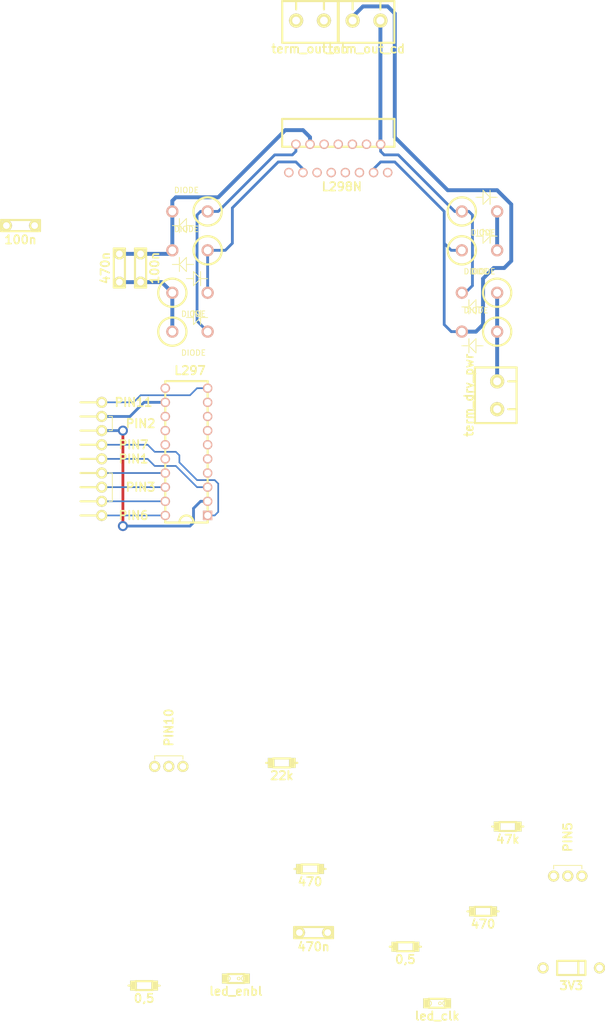
<source format=kicad_pcb>
(kicad_pcb (version 3) (host pcbnew "(2013-jul-07)-stable")

  (general
    (links 70)
    (no_connects 41)
    (area 157.345379 91.305379 272.8214 280.479501)
    (thickness 1.6)
    (drawings 0)
    (tracks 109)
    (zones 0)
    (modules 34)
    (nets 29)
  )

  (page A3)
  (layers
    (15 F.Cu signal)
    (0 B.Cu signal)
    (20 B.SilkS user)
    (21 F.SilkS user)
    (28 Edge.Cuts user)
  )

  (setup
    (last_trace_width 0.3)
    (user_trace_width 0.5)
    (user_trace_width 0.7)
    (user_trace_width 1)
    (trace_clearance 0.254)
    (zone_clearance 0.508)
    (zone_45_only no)
    (trace_min 0.3)
    (segment_width 0.2)
    (edge_width 0.15)
    (via_size 1.8)
    (via_drill 1.1)
    (via_min_size 1.8)
    (via_min_drill 1.1)
    (uvia_size 0.508)
    (uvia_drill 0.127)
    (uvias_allowed no)
    (uvia_min_size 0.508)
    (uvia_min_drill 0.127)
    (pcb_text_width 0.3)
    (pcb_text_size 1.5 1.5)
    (mod_edge_width 0.15)
    (mod_text_size 1.5 1.5)
    (mod_text_width 0.15)
    (pad_size 1.524 1.524)
    (pad_drill 0.762)
    (pad_to_mask_clearance 0.2)
    (aux_axis_origin 0 0)
    (visible_elements 7FFFFFFF)
    (pcbplotparams
      (layerselection 3178497)
      (usegerberextensions true)
      (excludeedgelayer true)
      (linewidth 0.100000)
      (plotframeref false)
      (viasonmask false)
      (mode 1)
      (useauxorigin false)
      (hpglpennumber 1)
      (hpglpenspeed 20)
      (hpglpendiameter 15)
      (hpglpenoverlay 2)
      (psnegative false)
      (psa4output false)
      (plotreference true)
      (plotvalue true)
      (plotothertext true)
      (plotinvisibletext false)
      (padsonsilk false)
      (subtractmaskfromsilk false)
      (outputformat 1)
      (mirror false)
      (drillshape 1)
      (scaleselection 1)
      (outputdirectory ""))
  )

  (net 0 "")
  (net 1 +36V)
  (net 2 +5V)
  (net 3 GND)
  (net 4 N-000001)
  (net 5 N-0000010)
  (net 6 N-0000011)
  (net 7 N-0000012)
  (net 8 N-0000013)
  (net 9 N-0000014)
  (net 10 N-0000015)
  (net 11 N-0000016)
  (net 12 N-0000017)
  (net 13 N-0000018)
  (net 14 N-0000019)
  (net 15 N-000002)
  (net 16 N-0000020)
  (net 17 N-0000021)
  (net 18 N-0000022)
  (net 19 N-0000023)
  (net 20 N-0000024)
  (net 21 N-0000025)
  (net 22 N-0000026)
  (net 23 N-0000027)
  (net 24 N-0000028)
  (net 25 N-000006)
  (net 26 N-000007)
  (net 27 N-000008)
  (net 28 N-000009)

  (net_class Default "Это класс цепей по умолчанию."
    (clearance 0.254)
    (trace_width 0.3)
    (via_dia 1.8)
    (via_drill 1.1)
    (uvia_dia 0.508)
    (uvia_drill 0.127)
    (add_net "")
    (add_net +36V)
    (add_net +5V)
    (add_net GND)
    (add_net N-000001)
    (add_net N-0000010)
    (add_net N-0000011)
    (add_net N-0000012)
    (add_net N-0000013)
    (add_net N-0000014)
    (add_net N-0000015)
    (add_net N-0000016)
    (add_net N-0000017)
    (add_net N-0000018)
    (add_net N-0000019)
    (add_net N-000002)
    (add_net N-0000020)
    (add_net N-0000021)
    (add_net N-0000022)
    (add_net N-0000023)
    (add_net N-0000024)
    (add_net N-0000025)
    (add_net N-0000026)
    (add_net N-0000027)
    (add_net N-0000028)
    (add_net N-000006)
    (add_net N-000007)
    (add_net N-000008)
    (add_net N-000009)
  )

  (module RES_1206 (layer F.Cu) (tedit 52246718) (tstamp 52404046)
    (at 213.36 247.65)
    (path /52047BE5)
    (fp_text reference R2 (at 0 -2.286) (layer F.SilkS) hide
      (effects (font (size 1.524 1.524) (thickness 0.3048)))
    )
    (fp_text value 470 (at 0 2.286) (layer F.SilkS)
      (effects (font (size 1.524 1.524) (thickness 0.3048)))
    )
    (fp_line (start 1.524 0) (end 2.794 0) (layer F.SilkS) (width 0.381))
    (fp_line (start -1.524 0) (end -2.794 0) (layer F.SilkS) (width 0.381))
    (fp_line (start -1.5494 -0.8001) (end -1.5494 0.8001) (layer F.SilkS) (width 0.381))
    (fp_line (start -1.5494 0.8001) (end 1.5494 0.8001) (layer F.SilkS) (width 0.381))
    (fp_line (start 1.5494 0.8001) (end 1.5494 -0.8001) (layer F.SilkS) (width 0.381))
    (fp_line (start 1.5494 -0.8001) (end -1.5494 -0.8001) (layer F.SilkS) (width 0.381))
    (pad 1 smd rect (at -1.905 0) (size 1.20142 1.80086)
      (layers B.Cu F.SilkS)
      (net 23 N-0000027)
    )
    (pad 2 smd rect (at 1.905 0) (size 1.20142 1.80086)
      (layers B.Cu F.SilkS)
      (net 15 N-000002)
    )
    (model smd\resistors\r_1206.wrl
      (at (xyz 0 0 0))
      (scale (xyz 1 1 1))
      (rotate (xyz 0 0 0))
    )
  )

  (module RES_1206 (layer F.Cu) (tedit 52246718) (tstamp 52404052)
    (at 208.28 228.6)
    (path /52038B96)
    (fp_text reference R3 (at 0 -2.286) (layer F.SilkS) hide
      (effects (font (size 1.524 1.524) (thickness 0.3048)))
    )
    (fp_text value 22k (at 0 2.286) (layer F.SilkS)
      (effects (font (size 1.524 1.524) (thickness 0.3048)))
    )
    (fp_line (start 1.524 0) (end 2.794 0) (layer F.SilkS) (width 0.381))
    (fp_line (start -1.524 0) (end -2.794 0) (layer F.SilkS) (width 0.381))
    (fp_line (start -1.5494 -0.8001) (end -1.5494 0.8001) (layer F.SilkS) (width 0.381))
    (fp_line (start -1.5494 0.8001) (end 1.5494 0.8001) (layer F.SilkS) (width 0.381))
    (fp_line (start 1.5494 0.8001) (end 1.5494 -0.8001) (layer F.SilkS) (width 0.381))
    (fp_line (start 1.5494 -0.8001) (end -1.5494 -0.8001) (layer F.SilkS) (width 0.381))
    (pad 1 smd rect (at -1.905 0) (size 1.20142 1.80086)
      (layers B.Cu F.SilkS)
      (net 2 +5V)
    )
    (pad 2 smd rect (at 1.905 0) (size 1.20142 1.80086)
      (layers B.Cu F.SilkS)
      (net 28 N-000009)
    )
    (model smd\resistors\r_1206.wrl
      (at (xyz 0 0 0))
      (scale (xyz 1 1 1))
      (rotate (xyz 0 0 0))
    )
  )

  (module RES_1206 (layer F.Cu) (tedit 52246718) (tstamp 5240405E)
    (at 230.505 261.62)
    (path /52037D81)
    (fp_text reference R5 (at 0 -2.286) (layer F.SilkS) hide
      (effects (font (size 1.524 1.524) (thickness 0.3048)))
    )
    (fp_text value 0,5 (at 0 2.286) (layer F.SilkS)
      (effects (font (size 1.524 1.524) (thickness 0.3048)))
    )
    (fp_line (start 1.524 0) (end 2.794 0) (layer F.SilkS) (width 0.381))
    (fp_line (start -1.524 0) (end -2.794 0) (layer F.SilkS) (width 0.381))
    (fp_line (start -1.5494 -0.8001) (end -1.5494 0.8001) (layer F.SilkS) (width 0.381))
    (fp_line (start -1.5494 0.8001) (end 1.5494 0.8001) (layer F.SilkS) (width 0.381))
    (fp_line (start 1.5494 0.8001) (end 1.5494 -0.8001) (layer F.SilkS) (width 0.381))
    (fp_line (start 1.5494 -0.8001) (end -1.5494 -0.8001) (layer F.SilkS) (width 0.381))
    (pad 1 smd rect (at -1.905 0) (size 1.20142 1.80086)
      (layers B.Cu F.SilkS)
      (net 3 GND)
    )
    (pad 2 smd rect (at 1.905 0) (size 1.20142 1.80086)
      (layers B.Cu F.SilkS)
      (net 24 N-0000028)
    )
    (model smd\resistors\r_1206.wrl
      (at (xyz 0 0 0))
      (scale (xyz 1 1 1))
      (rotate (xyz 0 0 0))
    )
  )

  (module RES_1206 (layer F.Cu) (tedit 52246718) (tstamp 5240406A)
    (at 183.515 268.605)
    (path /52037D7B)
    (fp_text reference R4 (at 0 -2.286) (layer F.SilkS) hide
      (effects (font (size 1.524 1.524) (thickness 0.3048)))
    )
    (fp_text value 0,5 (at 0 2.286) (layer F.SilkS)
      (effects (font (size 1.524 1.524) (thickness 0.3048)))
    )
    (fp_line (start 1.524 0) (end 2.794 0) (layer F.SilkS) (width 0.381))
    (fp_line (start -1.524 0) (end -2.794 0) (layer F.SilkS) (width 0.381))
    (fp_line (start -1.5494 -0.8001) (end -1.5494 0.8001) (layer F.SilkS) (width 0.381))
    (fp_line (start -1.5494 0.8001) (end 1.5494 0.8001) (layer F.SilkS) (width 0.381))
    (fp_line (start 1.5494 0.8001) (end 1.5494 -0.8001) (layer F.SilkS) (width 0.381))
    (fp_line (start 1.5494 -0.8001) (end -1.5494 -0.8001) (layer F.SilkS) (width 0.381))
    (pad 1 smd rect (at -1.905 0) (size 1.20142 1.80086)
      (layers B.Cu F.SilkS)
      (net 3 GND)
    )
    (pad 2 smd rect (at 1.905 0) (size 1.20142 1.80086)
      (layers B.Cu F.SilkS)
      (net 19 N-0000023)
    )
    (model smd\resistors\r_1206.wrl
      (at (xyz 0 0 0))
      (scale (xyz 1 1 1))
      (rotate (xyz 0 0 0))
    )
  )

  (module RES_1206 (layer F.Cu) (tedit 52246718) (tstamp 52404076)
    (at 244.475 255.27)
    (path /52047BDE)
    (fp_text reference R1 (at 0 -2.286) (layer F.SilkS) hide
      (effects (font (size 1.524 1.524) (thickness 0.3048)))
    )
    (fp_text value 470 (at 0 2.286) (layer F.SilkS)
      (effects (font (size 1.524 1.524) (thickness 0.3048)))
    )
    (fp_line (start 1.524 0) (end 2.794 0) (layer F.SilkS) (width 0.381))
    (fp_line (start -1.524 0) (end -2.794 0) (layer F.SilkS) (width 0.381))
    (fp_line (start -1.5494 -0.8001) (end -1.5494 0.8001) (layer F.SilkS) (width 0.381))
    (fp_line (start -1.5494 0.8001) (end 1.5494 0.8001) (layer F.SilkS) (width 0.381))
    (fp_line (start 1.5494 0.8001) (end 1.5494 -0.8001) (layer F.SilkS) (width 0.381))
    (fp_line (start 1.5494 -0.8001) (end -1.5494 -0.8001) (layer F.SilkS) (width 0.381))
    (pad 1 smd rect (at -1.905 0) (size 1.20142 1.80086)
      (layers B.Cu F.SilkS)
      (net 22 N-0000026)
    )
    (pad 2 smd rect (at 1.905 0) (size 1.20142 1.80086)
      (layers B.Cu F.SilkS)
      (net 4 N-000001)
    )
    (model smd\resistors\r_1206.wrl
      (at (xyz 0 0 0))
      (scale (xyz 1 1 1))
      (rotate (xyz 0 0 0))
    )
  )

  (module RES_1206 (layer F.Cu) (tedit 52246718) (tstamp 52404082)
    (at 248.92 240.03)
    (path /52159EA2)
    (fp_text reference R6 (at 0 -2.286) (layer F.SilkS) hide
      (effects (font (size 1.524 1.524) (thickness 0.3048)))
    )
    (fp_text value 47k (at 0 2.286) (layer F.SilkS)
      (effects (font (size 1.524 1.524) (thickness 0.3048)))
    )
    (fp_line (start 1.524 0) (end 2.794 0) (layer F.SilkS) (width 0.381))
    (fp_line (start -1.524 0) (end -2.794 0) (layer F.SilkS) (width 0.381))
    (fp_line (start -1.5494 -0.8001) (end -1.5494 0.8001) (layer F.SilkS) (width 0.381))
    (fp_line (start -1.5494 0.8001) (end 1.5494 0.8001) (layer F.SilkS) (width 0.381))
    (fp_line (start 1.5494 0.8001) (end 1.5494 -0.8001) (layer F.SilkS) (width 0.381))
    (fp_line (start 1.5494 -0.8001) (end -1.5494 -0.8001) (layer F.SilkS) (width 0.381))
    (pad 1 smd rect (at -1.905 0) (size 1.20142 1.80086)
      (layers B.Cu F.SilkS)
      (net 11 N-0000016)
    )
    (pad 2 smd rect (at 1.905 0) (size 1.20142 1.80086)
      (layers B.Cu F.SilkS)
      (net 2 +5V)
    )
    (model smd\resistors\r_1206.wrl
      (at (xyz 0 0 0))
      (scale (xyz 1 1 1))
      (rotate (xyz 0 0 0))
    )
  )

  (module PIN_3x1-corn (layer F.Cu) (tedit 5229AAD3) (tstamp 5240408F)
    (at 175.895 176.53 270)
    (path /52039732)
    (fp_text reference PIN3 (at 2.54 -6.985 360) (layer F.SilkS)
      (effects (font (size 1.524 1.524) (thickness 0.3048)))
    )
    (fp_text value pin_drv_ctrl (at 2.54 2.54 270) (layer F.SilkS) hide
      (effects (font (size 1.524 1.524) (thickness 0.3048)))
    )
    (fp_line (start 0 -1.27) (end 0 -1.905) (layer F.SilkS) (width 0.15))
    (fp_line (start 0 -1.905) (end 5.08 -1.905) (layer F.SilkS) (width 0.15))
    (fp_line (start 5.08 -1.905) (end 5.08 -1.27) (layer F.SilkS) (width 0.15))
    (fp_line (start 5.08 0) (end 5.08 3.81) (layer F.SilkS) (width 0.381))
    (fp_line (start 2.54 0) (end 2.54 3.81) (layer F.SilkS) (width 0.381))
    (fp_line (start 0 0) (end 0 3.81) (layer F.SilkS) (width 0.381))
    (pad 2 thru_hole circle (at 2.54 0 270) (size 2 2) (drill 1.2)
      (layers B.Cu F.SilkS)
      (net 23 N-0000027)
    )
    (pad 1 thru_hole circle (at 0 0 270) (size 2 2) (drill 1.2)
      (layers B.Cu F.SilkS)
      (net 13 N-0000018)
    )
    (pad 3 thru_hole circle (at 5.08 0 270) (size 2 2) (drill 1.2)
      (layers B.Cu F.SilkS)
      (net 12 N-0000017)
    )
    (model pin_array\pins_array_3x1.wrl
      (at (xyz 0 0 0))
      (scale (xyz 1 1 1))
      (rotate (xyz 0 0 0))
    )
  )

  (module PIN_3x1 (layer F.Cu) (tedit 5229AAA6) (tstamp 52404099)
    (at 185.42 229.235)
    (path /5208A3D0)
    (fp_text reference PIN10 (at 2.54 -6.985 90) (layer F.SilkS)
      (effects (font (size 1.524 1.524) (thickness 0.3048)))
    )
    (fp_text value osc_src (at 2.54 2.54) (layer F.SilkS) hide
      (effects (font (size 1.524 1.524) (thickness 0.3048)))
    )
    (fp_line (start 0 -1.27) (end 0 -1.905) (layer F.SilkS) (width 0.15))
    (fp_line (start 0 -1.905) (end 5.08 -1.905) (layer F.SilkS) (width 0.15))
    (fp_line (start 5.08 -1.905) (end 5.08 -1.27) (layer F.SilkS) (width 0.15))
    (pad 2 thru_hole circle (at 2.54 0) (size 2 2) (drill 1.2)
      (layers B.Cu F.SilkS)
      (net 14 N-0000019)
    )
    (pad 1 thru_hole circle (at 0 0) (size 2 2) (drill 1.2)
      (layers B.Cu F.SilkS)
      (net 28 N-000009)
    )
    (pad 3 thru_hole circle (at 5.08 0) (size 2 2) (drill 1.2)
      (layers B.Cu F.SilkS)
      (net 3 GND)
    )
    (model pin_array\pins_array_3x1.wrl
      (at (xyz 0 0 0))
      (scale (xyz 1 1 1))
      (rotate (xyz 0 0 0))
    )
  )

  (module PIN_3x1 (layer F.Cu) (tedit 5229AAA6) (tstamp 524040A3)
    (at 257.175 248.92)
    (path /52039607)
    (fp_text reference PIN5 (at 2.54 -6.985 90) (layer F.SilkS)
      (effects (font (size 1.524 1.524) (thickness 0.3048)))
    )
    (fp_text value pin_switch_ctrl (at 2.54 2.54) (layer F.SilkS) hide
      (effects (font (size 1.524 1.524) (thickness 0.3048)))
    )
    (fp_line (start 0 -1.27) (end 0 -1.905) (layer F.SilkS) (width 0.15))
    (fp_line (start 0 -1.905) (end 5.08 -1.905) (layer F.SilkS) (width 0.15))
    (fp_line (start 5.08 -1.905) (end 5.08 -1.27) (layer F.SilkS) (width 0.15))
    (pad 2 thru_hole circle (at 2.54 0) (size 2 2) (drill 1.2)
      (layers B.Cu F.SilkS)
      (net 27 N-000008)
    )
    (pad 1 thru_hole circle (at 0 0) (size 2 2) (drill 1.2)
      (layers B.Cu F.SilkS)
      (net 2 +5V)
    )
    (pad 3 thru_hole circle (at 5.08 0) (size 2 2) (drill 1.2)
      (layers B.Cu F.SilkS)
      (net 3 GND)
    )
    (model pin_array\pins_array_3x1.wrl
      (at (xyz 0 0 0))
      (scale (xyz 1 1 1))
      (rotate (xyz 0 0 0))
    )
  )

  (module PIN_2x1-corn (layer F.Cu) (tedit 5229AA8B) (tstamp 524040AE)
    (at 175.895 166.37 270)
    (path /5204830C)
    (fp_text reference PIN2 (at 1.27 -6.985 360) (layer F.SilkS)
      (effects (font (size 1.524 1.524) (thickness 0.3048)))
    )
    (fp_text value pin_ttl_pwr (at 1.27 2.54 270) (layer F.SilkS) hide
      (effects (font (size 1.524 1.524) (thickness 0.3048)))
    )
    (fp_line (start 0 -1.27) (end 0 -1.905) (layer F.SilkS) (width 0.15))
    (fp_line (start 0 -1.905) (end 2.54 -1.905) (layer F.SilkS) (width 0.15))
    (fp_line (start 2.54 -1.905) (end 2.54 -1.27) (layer F.SilkS) (width 0.15))
    (fp_line (start 2.54 0) (end 2.54 3.81) (layer F.SilkS) (width 0.381))
    (fp_line (start 0 0) (end 0 3.81) (layer F.SilkS) (width 0.381))
    (pad 1 thru_hole circle (at 0 0 270) (size 2 2) (drill 1.2)
      (layers B.Cu F.SilkS)
      (net 2 +5V)
    )
    (pad 2 thru_hole circle (at 2.54 0 270) (size 2 2) (drill 1.2)
      (layers B.Cu F.SilkS)
      (net 3 GND)
    )
    (model pin_array\pins_array_2x1.wrl
      (at (xyz 0 0 0))
      (scale (xyz 1 1 1))
      (rotate (xyz 0 0 0))
    )
  )

  (module PIN_1x1-corn (layer F.Cu) (tedit 5229A4EE) (tstamp 524040B4)
    (at 175.895 163.83 270)
    (path /52160DA8)
    (fp_text reference PIN11 (at 0 -5.715 360) (layer F.SilkS)
      (effects (font (size 1.524 1.524) (thickness 0.3048)))
    )
    (fp_text value pin_enbl (at 0 2.54 270) (layer F.SilkS) hide
      (effects (font (size 1.524 1.524) (thickness 0.3048)))
    )
    (fp_line (start 0 0) (end 0 3.81) (layer F.SilkS) (width 0.381))
    (pad 1 thru_hole circle (at 0 0 270) (size 2 2) (drill 1.2)
      (layers B.Cu F.SilkS)
      (net 22 N-0000026)
    )
    (model pin_array\pin_array_1x1.wrl
      (at (xyz 0 0 0))
      (scale (xyz 1 1 1))
      (rotate (xyz 0 0 0))
    )
  )

  (module PIN_1x1-corn (layer F.Cu) (tedit 5229A4EE) (tstamp 524040BA)
    (at 175.895 171.45 270)
    (path /52160C03)
    (fp_text reference PIN7 (at 0 -5.715 360) (layer F.SilkS)
      (effects (font (size 1.524 1.524) (thickness 0.3048)))
    )
    (fp_text value pin_sync (at 0 2.54 270) (layer F.SilkS) hide
      (effects (font (size 1.524 1.524) (thickness 0.3048)))
    )
    (fp_line (start 0 0) (end 0 3.81) (layer F.SilkS) (width 0.381))
    (pad 1 thru_hole circle (at 0 0 270) (size 2 2) (drill 1.2)
      (layers B.Cu F.SilkS)
      (net 6 N-0000011)
    )
    (model pin_array\pin_array_1x1.wrl
      (at (xyz 0 0 0))
      (scale (xyz 1 1 1))
      (rotate (xyz 0 0 0))
    )
  )

  (module PIN_1x1-corn (layer F.Cu) (tedit 5229A4EE) (tstamp 524040C0)
    (at 175.895 173.99 270)
    (path /52160C30)
    (fp_text reference PIN1 (at 0 -5.715 360) (layer F.SilkS)
      (effects (font (size 1.524 1.524) (thickness 0.3048)))
    )
    (fp_text value pin_home (at 0 2.54 270) (layer F.SilkS) hide
      (effects (font (size 1.524 1.524) (thickness 0.3048)))
    )
    (fp_line (start 0 0) (end 0 3.81) (layer F.SilkS) (width 0.381))
    (pad 1 thru_hole circle (at 0 0 270) (size 2 2) (drill 1.2)
      (layers B.Cu F.SilkS)
      (net 5 N-0000010)
    )
    (model pin_array\pin_array_1x1.wrl
      (at (xyz 0 0 0))
      (scale (xyz 1 1 1))
      (rotate (xyz 0 0 0))
    )
  )

  (module PIN_1x1-corn (layer F.Cu) (tedit 5229A4EE) (tstamp 524040C6)
    (at 175.895 184.15 270)
    (path /52160D8D)
    (fp_text reference PIN6 (at 0 -5.715 360) (layer F.SilkS)
      (effects (font (size 1.524 1.524) (thickness 0.3048)))
    )
    (fp_text value pin_rst (at 0 2.54 270) (layer F.SilkS) hide
      (effects (font (size 1.524 1.524) (thickness 0.3048)))
    )
    (fp_line (start 0 0) (end 0 3.81) (layer F.SilkS) (width 0.381))
    (pad 1 thru_hole circle (at 0 0 270) (size 2 2) (drill 1.2)
      (layers B.Cu F.SilkS)
      (net 17 N-0000021)
    )
    (model pin_array\pin_array_1x1.wrl
      (at (xyz 0 0 0))
      (scale (xyz 1 1 1))
      (rotate (xyz 0 0 0))
    )
  )

  (module multiwatt15v (layer F.Cu) (tedit 5232ECCC) (tstamp 524040DD)
    (at 209.55 122.555)
    (path /52037CF2)
    (fp_text reference U2 (at 8.89 -7.62) (layer F.SilkS) hide
      (effects (font (size 1.524 1.524) (thickness 0.3048)))
    )
    (fp_text value L298N (at 9.525 2.54) (layer F.SilkS)
      (effects (font (size 1.524 1.524) (thickness 0.3048)))
    )
    (fp_line (start -1.20904 -9.62914) (end 18.99158 -9.62914) (layer F.SilkS) (width 0.381))
    (fp_line (start 18.99158 -9.62914) (end 18.99158 -4.62788) (layer F.SilkS) (width 0.381))
    (fp_line (start 18.99158 -4.62788) (end -1.20904 -4.62788) (layer F.SilkS) (width 0.381))
    (fp_line (start -1.20904 -4.62788) (end -1.20904 -9.62914) (layer F.SilkS) (width 0.381))
    (pad 2 thru_hole circle (at 1.27 -5.08) (size 1.7 1.7) (drill 1.19888)
      (layers *.Cu *.SilkS *.Mask)
      (net 20 N-0000024)
    )
    (pad 1 thru_hole circle (at 0 0) (size 1.7 1.7) (drill 1.19888)
      (layers *.Cu *.SilkS *.Mask)
      (net 19 N-0000023)
    )
    (pad 4 thru_hole circle (at 3.81 -5.08) (size 1.7 1.7) (drill 1.19888)
      (layers *.Cu *.SilkS *.Mask)
      (net 1 +36V)
    )
    (pad 3 thru_hole circle (at 2.54 0) (size 1.7 1.7) (drill 1.19888)
      (layers *.Cu *.SilkS *.Mask)
      (net 25 N-000006)
    )
    (pad 6 thru_hole circle (at 6.35 -5.08) (size 1.7 1.7) (drill 1.19888)
      (layers *.Cu *.SilkS *.Mask)
      (net 10 N-0000015)
    )
    (pad 5 thru_hole circle (at 5.08 0) (size 1.7 1.7) (drill 1.19888)
      (layers *.Cu *.SilkS *.Mask)
      (net 16 N-0000020)
    )
    (pad 8 thru_hole circle (at 8.89 -5.08) (size 1.7 1.7) (drill 1.19888)
      (layers *.Cu *.SilkS *.Mask)
      (net 3 GND)
    )
    (pad 7 thru_hole circle (at 7.62 0) (size 1.7 1.7) (drill 1.19888)
      (layers *.Cu *.SilkS *.Mask)
      (net 9 N-0000014)
    )
    (pad 10 thru_hole circle (at 11.43 -5.08) (size 1.7 1.7) (drill 1.19888)
      (layers *.Cu *.SilkS *.Mask)
      (net 8 N-0000013)
    )
    (pad 9 thru_hole circle (at 10.16 0) (size 1.7 1.7) (drill 1.19888)
      (layers *.Cu *.SilkS *.Mask)
      (net 2 +5V)
    )
    (pad 12 thru_hole circle (at 13.97 -5.08) (size 1.7 1.7) (drill 1.19888)
      (layers *.Cu *.SilkS *.Mask)
      (net 18 N-0000022)
    )
    (pad 11 thru_hole circle (at 12.7 0) (size 1.7 1.7) (drill 1.19888)
      (layers *.Cu *.SilkS *.Mask)
      (net 7 N-0000012)
    )
    (pad 14 thru_hole circle (at 16.51 -5.08) (size 1.7 1.7) (drill 1.19888)
      (layers *.Cu *.SilkS *.Mask)
      (net 26 N-000007)
    )
    (pad 13 thru_hole circle (at 15.24 0) (size 1.7 1.7) (drill 1.19888)
      (layers *.Cu *.SilkS *.Mask)
      (net 21 N-0000025)
    )
    (pad 15 thru_hole circle (at 17.78 0) (size 1.7 1.7) (drill 1.19888)
      (layers *.Cu *.SilkS *.Mask)
      (net 24 N-0000028)
    )
    (model wings3d\ic\multiwatt15v.wrl
      (at (xyz 0 0 0))
      (scale (xyz 0.391 0.391 0.391))
      (rotate (xyz 0 0 0))
    )
  )

  (module LED_1206 (layer F.Cu) (tedit 522DC8E1) (tstamp 524040EE)
    (at 236.22 271.78)
    (path /52039A9B)
    (fp_text reference LED2 (at 0 -2.286) (layer F.SilkS) hide
      (effects (font (size 1.524 1.524) (thickness 0.3048)))
    )
    (fp_text value led_clk (at 0 2.286) (layer F.SilkS)
      (effects (font (size 1.524 1.524) (thickness 0.3048)))
    )
    (fp_line (start -1.524 0.762) (end -1.524 0.508) (layer F.SilkS) (width 0.15))
    (fp_line (start -1.524 -0.762) (end -1.524 -0.508) (layer F.SilkS) (width 0.15))
    (fp_line (start 1.524 0.508) (end 1.524 0.762) (layer F.SilkS) (width 0.15))
    (fp_line (start 1.524 -0.762) (end 1.524 -0.508) (layer F.SilkS) (width 0.15))
    (fp_circle (center 0.508 0) (end 0.508 -0.254) (layer F.SilkS) (width 0.15))
    (fp_arc (start 1.524 0) (end 1.524 0.508) (angle 90) (layer F.SilkS) (width 0.15))
    (fp_arc (start 1.524 0) (end 1.016 0) (angle 90) (layer F.SilkS) (width 0.15))
    (fp_arc (start -1.524 0) (end -1.524 -0.508) (angle 90) (layer F.SilkS) (width 0.15))
    (fp_arc (start -1.524 0) (end -1.016 0) (angle 90) (layer F.SilkS) (width 0.15))
    (fp_line (start -1.5494 0.8001) (end 1.5494 0.8001) (layer F.SilkS) (width 0.381))
    (fp_line (start 1.5494 -0.8001) (end -1.5494 -0.8001) (layer F.SilkS) (width 0.381))
    (pad 1 smd rect (at -1.905 0) (size 1.20142 1.80086)
      (layers B.Cu F.SilkS)
      (net 15 N-000002)
    )
    (pad 2 smd rect (at 1.905 0) (size 1.20142 1.80086)
      (layers B.Cu F.SilkS)
      (net 2 +5V)
    )
  )

  (module LED_1206 (layer F.Cu) (tedit 522DC8E1) (tstamp 524040FF)
    (at 200.025 267.335)
    (path /52039A90)
    (fp_text reference LED1 (at 0 -2.286) (layer F.SilkS) hide
      (effects (font (size 1.524 1.524) (thickness 0.3048)))
    )
    (fp_text value led_enbl (at 0 2.286) (layer F.SilkS)
      (effects (font (size 1.524 1.524) (thickness 0.3048)))
    )
    (fp_line (start -1.524 0.762) (end -1.524 0.508) (layer F.SilkS) (width 0.15))
    (fp_line (start -1.524 -0.762) (end -1.524 -0.508) (layer F.SilkS) (width 0.15))
    (fp_line (start 1.524 0.508) (end 1.524 0.762) (layer F.SilkS) (width 0.15))
    (fp_line (start 1.524 -0.762) (end 1.524 -0.508) (layer F.SilkS) (width 0.15))
    (fp_circle (center 0.508 0) (end 0.508 -0.254) (layer F.SilkS) (width 0.15))
    (fp_arc (start 1.524 0) (end 1.524 0.508) (angle 90) (layer F.SilkS) (width 0.15))
    (fp_arc (start 1.524 0) (end 1.016 0) (angle 90) (layer F.SilkS) (width 0.15))
    (fp_arc (start -1.524 0) (end -1.524 -0.508) (angle 90) (layer F.SilkS) (width 0.15))
    (fp_arc (start -1.524 0) (end -1.016 0) (angle 90) (layer F.SilkS) (width 0.15))
    (fp_line (start -1.5494 0.8001) (end 1.5494 0.8001) (layer F.SilkS) (width 0.381))
    (fp_line (start 1.5494 -0.8001) (end -1.5494 -0.8001) (layer F.SilkS) (width 0.381))
    (pad 1 smd rect (at -1.905 0) (size 1.20142 1.80086)
      (layers B.Cu F.SilkS)
      (net 4 N-000001)
    )
    (pad 2 smd rect (at 1.905 0) (size 1.20142 1.80086)
      (layers B.Cu F.SilkS)
      (net 2 +5V)
    )
  )

  (module DO-41_h (layer F.Cu) (tedit 522F1BD2) (tstamp 5240410A)
    (at 255.27 265.43)
    (path /5208A780)
    (fp_text reference D9 (at 5.08 -2.54) (layer F.SilkS) hide
      (effects (font (size 1.524 1.524) (thickness 0.3048)))
    )
    (fp_text value 3V3 (at 5.08 3.175) (layer F.SilkS)
      (effects (font (size 1.524 1.524) (thickness 0.3048)))
    )
    (fp_line (start 6.35 -1.27) (end 6.35 1.27) (layer F.SilkS) (width 0.381))
    (fp_line (start 2.54 -1.27) (end 7.62 -1.27) (layer F.SilkS) (width 0.381))
    (fp_line (start 7.62 -1.27) (end 7.62 1.27) (layer F.SilkS) (width 0.381))
    (fp_line (start 7.62 1.27) (end 2.54 1.27) (layer F.SilkS) (width 0.381))
    (fp_line (start 2.54 1.27) (end 2.54 -1.27) (layer F.SilkS) (width 0.381))
    (pad 1 thru_hole circle (at 0 0) (size 1.99898 1.99898) (drill 1.19888)
      (layers B.Cu F.SilkS)
      (net 3 GND)
    )
    (pad 2 thru_hole circle (at 10.16 0) (size 1.99898 1.99898) (drill 1.19888)
      (layers B.Cu F.SilkS)
      (net 11 N-0000016)
    )
    (model discret\diode.wrl
      (at (xyz 0 0 0))
      (scale (xyz 0.4 0.4 0.4))
      (rotate (xyz 0 0 0))
    )
  )

  (module DO-201AD_v (layer F.Cu) (tedit 5232D65D) (tstamp 52404118)
    (at 188.595 144.145)
    (path /52038668)
    (fp_text reference D4 (at 2.54 -5.08) (layer F.SilkS) hide
      (effects (font (size 1 1) (thickness 0.15)))
    )
    (fp_text value DIODE (at 3.81 3.81) (layer F.SilkS)
      (effects (font (size 1 1) (thickness 0.15)))
    )
    (fp_line (start 3.81 -2.54) (end 2.54 -2.54) (layer F.SilkS) (width 0.15))
    (fp_line (start 5.08 -2.54) (end 6.35 -2.54) (layer F.SilkS) (width 0.15))
    (fp_line (start 5.08 -2.54) (end 3.81 -3.81) (layer F.SilkS) (width 0.15))
    (fp_line (start 3.81 -3.81) (end 3.81 -1.27) (layer F.SilkS) (width 0.15))
    (fp_line (start 3.81 -1.27) (end 5.08 -2.54) (layer F.SilkS) (width 0.15))
    (fp_line (start 5.08 -3.81) (end 5.08 -1.27) (layer F.SilkS) (width 0.15))
    (fp_line (start 5.08 -1.27) (end 5.08 -2.54) (layer F.SilkS) (width 0.15))
    (fp_circle (center 0 0) (end 2.54 0) (layer F.SilkS) (width 0.4))
    (pad 1 thru_hole circle (at 0 0) (size 2.2 2.2) (drill 1.4)
      (layers *.Cu *.SilkS *.Mask)
      (net 3 GND)
    )
    (pad 2 thru_hole circle (at 6.35 0) (size 2.2 2.2) (drill 1.4)
      (layers *.Cu *.SilkS *.Mask)
      (net 25 N-000006)
    )
  )

  (module DO-201AD_v (layer F.Cu) (tedit 5232D65D) (tstamp 52404126)
    (at 240.665 136.525)
    (path /52038656)
    (fp_text reference D5 (at 2.54 -5.08) (layer F.SilkS) hide
      (effects (font (size 1 1) (thickness 0.15)))
    )
    (fp_text value DIODE (at 3.81 3.81) (layer F.SilkS)
      (effects (font (size 1 1) (thickness 0.15)))
    )
    (fp_line (start 3.81 -2.54) (end 2.54 -2.54) (layer F.SilkS) (width 0.15))
    (fp_line (start 5.08 -2.54) (end 6.35 -2.54) (layer F.SilkS) (width 0.15))
    (fp_line (start 5.08 -2.54) (end 3.81 -3.81) (layer F.SilkS) (width 0.15))
    (fp_line (start 3.81 -3.81) (end 3.81 -1.27) (layer F.SilkS) (width 0.15))
    (fp_line (start 3.81 -1.27) (end 5.08 -2.54) (layer F.SilkS) (width 0.15))
    (fp_line (start 5.08 -3.81) (end 5.08 -1.27) (layer F.SilkS) (width 0.15))
    (fp_line (start 5.08 -1.27) (end 5.08 -2.54) (layer F.SilkS) (width 0.15))
    (fp_circle (center 0 0) (end 2.54 0) (layer F.SilkS) (width 0.4))
    (pad 1 thru_hole circle (at 0 0) (size 2.2 2.2) (drill 1.4)
      (layers *.Cu *.SilkS *.Mask)
      (net 21 N-0000025)
    )
    (pad 2 thru_hole circle (at 6.35 0) (size 2.2 2.2) (drill 1.4)
      (layers *.Cu *.SilkS *.Mask)
      (net 1 +36V)
    )
  )

  (module DO-201AD_v (layer F.Cu) (tedit 5232D65D) (tstamp 52404134)
    (at 188.595 151.13)
    (path /52038662)
    (fp_text reference D2 (at 2.54 -5.08) (layer F.SilkS) hide
      (effects (font (size 1 1) (thickness 0.15)))
    )
    (fp_text value DIODE (at 3.81 3.81) (layer F.SilkS)
      (effects (font (size 1 1) (thickness 0.15)))
    )
    (fp_line (start 3.81 -2.54) (end 2.54 -2.54) (layer F.SilkS) (width 0.15))
    (fp_line (start 5.08 -2.54) (end 6.35 -2.54) (layer F.SilkS) (width 0.15))
    (fp_line (start 5.08 -2.54) (end 3.81 -3.81) (layer F.SilkS) (width 0.15))
    (fp_line (start 3.81 -3.81) (end 3.81 -1.27) (layer F.SilkS) (width 0.15))
    (fp_line (start 3.81 -1.27) (end 5.08 -2.54) (layer F.SilkS) (width 0.15))
    (fp_line (start 5.08 -3.81) (end 5.08 -1.27) (layer F.SilkS) (width 0.15))
    (fp_line (start 5.08 -1.27) (end 5.08 -2.54) (layer F.SilkS) (width 0.15))
    (fp_circle (center 0 0) (end 2.54 0) (layer F.SilkS) (width 0.4))
    (pad 1 thru_hole circle (at 0 0) (size 2.2 2.2) (drill 1.4)
      (layers *.Cu *.SilkS *.Mask)
      (net 3 GND)
    )
    (pad 2 thru_hole circle (at 6.35 0) (size 2.2 2.2) (drill 1.4)
      (layers *.Cu *.SilkS *.Mask)
      (net 20 N-0000024)
    )
  )

  (module DO-201AD_v (layer F.Cu) (tedit 5232D65D) (tstamp 52404142)
    (at 240.665 129.54)
    (path /52038659)
    (fp_text reference D7 (at 2.54 -5.08) (layer F.SilkS) hide
      (effects (font (size 1 1) (thickness 0.15)))
    )
    (fp_text value DIODE (at 3.81 3.81) (layer F.SilkS)
      (effects (font (size 1 1) (thickness 0.15)))
    )
    (fp_line (start 3.81 -2.54) (end 2.54 -2.54) (layer F.SilkS) (width 0.15))
    (fp_line (start 5.08 -2.54) (end 6.35 -2.54) (layer F.SilkS) (width 0.15))
    (fp_line (start 5.08 -2.54) (end 3.81 -3.81) (layer F.SilkS) (width 0.15))
    (fp_line (start 3.81 -3.81) (end 3.81 -1.27) (layer F.SilkS) (width 0.15))
    (fp_line (start 3.81 -1.27) (end 5.08 -2.54) (layer F.SilkS) (width 0.15))
    (fp_line (start 5.08 -3.81) (end 5.08 -1.27) (layer F.SilkS) (width 0.15))
    (fp_line (start 5.08 -1.27) (end 5.08 -2.54) (layer F.SilkS) (width 0.15))
    (fp_circle (center 0 0) (end 2.54 0) (layer F.SilkS) (width 0.4))
    (pad 1 thru_hole circle (at 0 0) (size 2.2 2.2) (drill 1.4)
      (layers *.Cu *.SilkS *.Mask)
      (net 26 N-000007)
    )
    (pad 2 thru_hole circle (at 6.35 0) (size 2.2 2.2) (drill 1.4)
      (layers *.Cu *.SilkS *.Mask)
      (net 1 +36V)
    )
  )

  (module DO-201AD_v (layer F.Cu) (tedit 5232D65D) (tstamp 52404150)
    (at 247.015 151.13 180)
    (path /5203866B)
    (fp_text reference D6 (at 2.54 -5.08 180) (layer F.SilkS) hide
      (effects (font (size 1 1) (thickness 0.15)))
    )
    (fp_text value DIODE (at 3.81 3.81 180) (layer F.SilkS)
      (effects (font (size 1 1) (thickness 0.15)))
    )
    (fp_line (start 3.81 -2.54) (end 2.54 -2.54) (layer F.SilkS) (width 0.15))
    (fp_line (start 5.08 -2.54) (end 6.35 -2.54) (layer F.SilkS) (width 0.15))
    (fp_line (start 5.08 -2.54) (end 3.81 -3.81) (layer F.SilkS) (width 0.15))
    (fp_line (start 3.81 -3.81) (end 3.81 -1.27) (layer F.SilkS) (width 0.15))
    (fp_line (start 3.81 -1.27) (end 5.08 -2.54) (layer F.SilkS) (width 0.15))
    (fp_line (start 5.08 -3.81) (end 5.08 -1.27) (layer F.SilkS) (width 0.15))
    (fp_line (start 5.08 -1.27) (end 5.08 -2.54) (layer F.SilkS) (width 0.15))
    (fp_circle (center 0 0) (end 2.54 0) (layer F.SilkS) (width 0.4))
    (pad 1 thru_hole circle (at 0 0 180) (size 2.2 2.2) (drill 1.4)
      (layers *.Cu *.SilkS *.Mask)
      (net 3 GND)
    )
    (pad 2 thru_hole circle (at 6.35 0 180) (size 2.2 2.2) (drill 1.4)
      (layers *.Cu *.SilkS *.Mask)
      (net 21 N-0000025)
    )
  )

  (module DO-201AD_v (layer F.Cu) (tedit 5232D65D) (tstamp 5240415E)
    (at 247.015 144.145 180)
    (path /5203866E)
    (fp_text reference D8 (at 2.54 -5.08 180) (layer F.SilkS) hide
      (effects (font (size 1 1) (thickness 0.15)))
    )
    (fp_text value DIODE (at 3.81 3.81 180) (layer F.SilkS)
      (effects (font (size 1 1) (thickness 0.15)))
    )
    (fp_line (start 3.81 -2.54) (end 2.54 -2.54) (layer F.SilkS) (width 0.15))
    (fp_line (start 5.08 -2.54) (end 6.35 -2.54) (layer F.SilkS) (width 0.15))
    (fp_line (start 5.08 -2.54) (end 3.81 -3.81) (layer F.SilkS) (width 0.15))
    (fp_line (start 3.81 -3.81) (end 3.81 -1.27) (layer F.SilkS) (width 0.15))
    (fp_line (start 3.81 -1.27) (end 5.08 -2.54) (layer F.SilkS) (width 0.15))
    (fp_line (start 5.08 -3.81) (end 5.08 -1.27) (layer F.SilkS) (width 0.15))
    (fp_line (start 5.08 -1.27) (end 5.08 -2.54) (layer F.SilkS) (width 0.15))
    (fp_circle (center 0 0) (end 2.54 0) (layer F.SilkS) (width 0.4))
    (pad 1 thru_hole circle (at 0 0 180) (size 2.2 2.2) (drill 1.4)
      (layers *.Cu *.SilkS *.Mask)
      (net 3 GND)
    )
    (pad 2 thru_hole circle (at 6.35 0 180) (size 2.2 2.2) (drill 1.4)
      (layers *.Cu *.SilkS *.Mask)
      (net 26 N-000007)
    )
  )

  (module DO-201AD_v (layer F.Cu) (tedit 5232D65D) (tstamp 5240416C)
    (at 194.945 136.525 180)
    (path /52038650)
    (fp_text reference D3 (at 2.54 -5.08 180) (layer F.SilkS) hide
      (effects (font (size 1 1) (thickness 0.15)))
    )
    (fp_text value DIODE (at 3.81 3.81 180) (layer F.SilkS)
      (effects (font (size 1 1) (thickness 0.15)))
    )
    (fp_line (start 3.81 -2.54) (end 2.54 -2.54) (layer F.SilkS) (width 0.15))
    (fp_line (start 5.08 -2.54) (end 6.35 -2.54) (layer F.SilkS) (width 0.15))
    (fp_line (start 5.08 -2.54) (end 3.81 -3.81) (layer F.SilkS) (width 0.15))
    (fp_line (start 3.81 -3.81) (end 3.81 -1.27) (layer F.SilkS) (width 0.15))
    (fp_line (start 3.81 -1.27) (end 5.08 -2.54) (layer F.SilkS) (width 0.15))
    (fp_line (start 5.08 -3.81) (end 5.08 -1.27) (layer F.SilkS) (width 0.15))
    (fp_line (start 5.08 -1.27) (end 5.08 -2.54) (layer F.SilkS) (width 0.15))
    (fp_circle (center 0 0) (end 2.54 0) (layer F.SilkS) (width 0.4))
    (pad 1 thru_hole circle (at 0 0 180) (size 2.2 2.2) (drill 1.4)
      (layers *.Cu *.SilkS *.Mask)
      (net 25 N-000006)
    )
    (pad 2 thru_hole circle (at 6.35 0 180) (size 2.2 2.2) (drill 1.4)
      (layers *.Cu *.SilkS *.Mask)
      (net 1 +36V)
    )
  )

  (module DO-201AD_v (layer F.Cu) (tedit 5232D65D) (tstamp 5240417A)
    (at 194.945 129.54 180)
    (path /52038645)
    (fp_text reference D1 (at 2.54 -5.08 180) (layer F.SilkS) hide
      (effects (font (size 1 1) (thickness 0.15)))
    )
    (fp_text value DIODE (at 3.81 3.81 180) (layer F.SilkS)
      (effects (font (size 1 1) (thickness 0.15)))
    )
    (fp_line (start 3.81 -2.54) (end 2.54 -2.54) (layer F.SilkS) (width 0.15))
    (fp_line (start 5.08 -2.54) (end 6.35 -2.54) (layer F.SilkS) (width 0.15))
    (fp_line (start 5.08 -2.54) (end 3.81 -3.81) (layer F.SilkS) (width 0.15))
    (fp_line (start 3.81 -3.81) (end 3.81 -1.27) (layer F.SilkS) (width 0.15))
    (fp_line (start 3.81 -1.27) (end 5.08 -2.54) (layer F.SilkS) (width 0.15))
    (fp_line (start 5.08 -3.81) (end 5.08 -1.27) (layer F.SilkS) (width 0.15))
    (fp_line (start 5.08 -1.27) (end 5.08 -2.54) (layer F.SilkS) (width 0.15))
    (fp_circle (center 0 0) (end 2.54 0) (layer F.SilkS) (width 0.4))
    (pad 1 thru_hole circle (at 0 0 180) (size 2.2 2.2) (drill 1.4)
      (layers *.Cu *.SilkS *.Mask)
      (net 20 N-0000024)
    )
    (pad 2 thru_hole circle (at 6.35 0 180) (size 2.2 2.2) (drill 1.4)
      (layers *.Cu *.SilkS *.Mask)
      (net 1 +36V)
    )
  )

  (module DIP-20 (layer F.Cu) (tedit 5232ED62) (tstamp 52404199)
    (at 194.945 184.15 180)
    (path /5200F2D1)
    (fp_text reference U1 (at 3.81 -3.175 180) (layer F.SilkS) hide
      (effects (font (size 1.524 1.524) (thickness 0.3048)))
    )
    (fp_text value L297 (at 3.175 26.035 180) (layer F.SilkS)
      (effects (font (size 1.524 1.524) (thickness 0.3048)))
    )
    (fp_arc (start 3.81 -1.27) (end 5.08 -1.27) (angle 90) (layer F.SilkS) (width 0.381))
    (fp_arc (start 3.81 -1.27) (end 3.81 0) (angle 90) (layer F.SilkS) (width 0.381))
    (fp_line (start 0 0) (end 0 -1.27) (layer F.SilkS) (width 0.381))
    (fp_line (start 0 -1.27) (end 7.62 -1.27) (layer F.SilkS) (width 0.381))
    (fp_line (start 7.62 -1.27) (end 7.62 24.13) (layer F.SilkS) (width 0.381))
    (fp_line (start 7.62 24.13) (end 0 24.13) (layer F.SilkS) (width 0.381))
    (fp_line (start 0 24.13) (end 0 -1.27) (layer F.SilkS) (width 0.381))
    (pad 1 thru_hole rect (at 0 0 180) (size 1.7 1.7) (drill 1.19888)
      (layers *.Cu *.SilkS *.Mask)
      (net 6 N-0000011)
    )
    (pad 2 thru_hole circle (at 0 2.54 180) (size 1.7 1.7) (drill 1.19888)
      (layers *.Cu *.SilkS *.Mask)
      (net 3 GND)
    )
    (pad 3 thru_hole circle (at 0 5.08 180) (size 1.7 1.7) (drill 1.19888)
      (layers *.Cu *.SilkS *.Mask)
      (net 5 N-0000010)
    )
    (pad 4 thru_hole circle (at 0 7.62 180) (size 1.7 1.7) (drill 1.19888)
      (layers *.Cu *.SilkS *.Mask)
      (net 16 N-0000020)
    )
    (pad 5 thru_hole circle (at 0 10.16 180) (size 1.7 1.7) (drill 1.19888)
      (layers *.Cu *.SilkS *.Mask)
      (net 10 N-0000015)
    )
    (pad 6 thru_hole circle (at 0 12.7 180) (size 1.7 1.7) (drill 1.19888)
      (layers *.Cu *.SilkS *.Mask)
      (net 9 N-0000014)
    )
    (pad 7 thru_hole circle (at 0 15.24 180) (size 1.7 1.7) (drill 1.19888)
      (layers *.Cu *.SilkS *.Mask)
      (net 8 N-0000013)
    )
    (pad 8 thru_hole circle (at 0 17.78 180) (size 1.7 1.7) (drill 1.19888)
      (layers *.Cu *.SilkS *.Mask)
      (net 7 N-0000012)
    )
    (pad 9 thru_hole circle (at 0 20.32 180) (size 1.7 1.7) (drill 1.19888)
      (layers *.Cu *.SilkS *.Mask)
      (net 18 N-0000022)
    )
    (pad 10 thru_hole circle (at 0 22.86 180) (size 1.7 1.7) (drill 1.19888)
      (layers *.Cu *.SilkS *.Mask)
      (net 22 N-0000026)
    )
    (pad 11 thru_hole circle (at 7.62 22.86 180) (size 1.7 1.7) (drill 1.19888)
      (layers *.Cu *.SilkS *.Mask)
      (net 27 N-000008)
    )
    (pad 12 thru_hole circle (at 7.62 20.32 180) (size 1.7 1.7) (drill 1.19888)
      (layers *.Cu *.SilkS *.Mask)
      (net 2 +5V)
    )
    (pad 13 thru_hole circle (at 7.62 17.78 180) (size 1.7 1.7) (drill 1.19888)
      (layers *.Cu *.SilkS *.Mask)
      (net 24 N-0000028)
    )
    (pad 14 thru_hole circle (at 7.62 15.24 180) (size 1.7 1.7) (drill 1.19888)
      (layers *.Cu *.SilkS *.Mask)
      (net 19 N-0000023)
    )
    (pad 15 thru_hole circle (at 7.62 12.7 180) (size 1.7 1.7) (drill 1.19888)
      (layers *.Cu *.SilkS *.Mask)
      (net 11 N-0000016)
    )
    (pad 16 thru_hole circle (at 7.62 10.16 180) (size 1.7 1.7) (drill 1.19888)
      (layers *.Cu *.SilkS *.Mask)
      (net 14 N-0000019)
    )
    (pad 17 thru_hole circle (at 7.62 7.62 180) (size 1.7 1.7) (drill 1.19888)
      (layers *.Cu *.SilkS *.Mask)
      (net 13 N-0000018)
    )
    (pad 18 thru_hole circle (at 7.62 5.08 180) (size 1.7 1.7) (drill 1.19888)
      (layers *.Cu *.SilkS *.Mask)
      (net 23 N-0000027)
    )
    (pad 19 thru_hole circle (at 7.62 2.54 180) (size 1.7 1.7) (drill 1.19888)
      (layers *.Cu *.SilkS *.Mask)
      (net 12 N-0000017)
    )
    (pad 20 thru_hole circle (at 7.62 0 180) (size 1.7 1.7) (drill 1.19888)
      (layers *.Cu *.SilkS *.Mask)
      (net 17 N-0000021)
    )
  )

  (module DG300-5.0-02P-12 (layer F.Cu) (tedit 5229A425) (tstamp 524041A5)
    (at 213.36 95.25 180)
    (descr docs/connectors/DG300-5.0.pdf)
    (path /52038D00)
    (fp_text reference PIN8 (at 0 -7.62 180) (layer F.SilkS) hide
      (effects (font (size 1.524 1.524) (thickness 0.3048)))
    )
    (fp_text value term_out_ab (at 0 -5.08 180) (layer F.SilkS)
      (effects (font (size 1.524 1.524) (thickness 0.3048)))
    )
    (fp_line (start 2.49936 3.50012) (end 2.49936 1.99898) (layer F.SilkS) (width 0.381))
    (fp_line (start -2.49936 3.50012) (end -2.49936 1.99898) (layer F.SilkS) (width 0.381))
    (fp_line (start -5.00126 -4.0005) (end -5.00126 3.50012) (layer F.SilkS) (width 0.381))
    (fp_line (start -5.00126 3.50012) (end 5.00126 3.50012) (layer F.SilkS) (width 0.381))
    (fp_line (start 5.00126 3.50012) (end 5.00126 -4.0005) (layer F.SilkS) (width 0.381))
    (fp_line (start 5.00126 -4.0005) (end -5.00126 -4.0005) (layer F.SilkS) (width 0.381))
    (pad 1 thru_hole circle (at -2.49936 0 180) (size 2.54 2.54) (drill 1.4)
      (layers B.Cu F.SilkS)
      (net 25 N-000006)
    )
    (pad 2 thru_hole circle (at 2.49936 0 180) (size 2.54 2.54) (drill 1.4)
      (layers B.Cu F.SilkS)
      (net 20 N-0000024)
    )
    (model wings3d/connectors/dg300-5.0-12.wrl
      (at (xyz 0 0 0))
      (scale (xyz 0.394 0.394 0.394))
      (rotate (xyz 0 0 0))
    )
  )

  (module DG300-5.0-02P-12 (layer F.Cu) (tedit 5229A425) (tstamp 524041B1)
    (at 223.52 95.25 180)
    (descr docs/connectors/DG300-5.0.pdf)
    (path /52038D1B)
    (fp_text reference PIN9 (at 0 -7.62 180) (layer F.SilkS) hide
      (effects (font (size 1.524 1.524) (thickness 0.3048)))
    )
    (fp_text value term_out_cd (at 0 -5.08 180) (layer F.SilkS)
      (effects (font (size 1.524 1.524) (thickness 0.3048)))
    )
    (fp_line (start 2.49936 3.50012) (end 2.49936 1.99898) (layer F.SilkS) (width 0.381))
    (fp_line (start -2.49936 3.50012) (end -2.49936 1.99898) (layer F.SilkS) (width 0.381))
    (fp_line (start -5.00126 -4.0005) (end -5.00126 3.50012) (layer F.SilkS) (width 0.381))
    (fp_line (start -5.00126 3.50012) (end 5.00126 3.50012) (layer F.SilkS) (width 0.381))
    (fp_line (start 5.00126 3.50012) (end 5.00126 -4.0005) (layer F.SilkS) (width 0.381))
    (fp_line (start 5.00126 -4.0005) (end -5.00126 -4.0005) (layer F.SilkS) (width 0.381))
    (pad 1 thru_hole circle (at -2.49936 0 180) (size 2.54 2.54) (drill 1.4)
      (layers B.Cu F.SilkS)
      (net 26 N-000007)
    )
    (pad 2 thru_hole circle (at 2.49936 0 180) (size 2.54 2.54) (drill 1.4)
      (layers B.Cu F.SilkS)
      (net 21 N-0000025)
    )
    (model wings3d/connectors/dg300-5.0-12.wrl
      (at (xyz 0 0 0))
      (scale (xyz 0.394 0.394 0.394))
      (rotate (xyz 0 0 0))
    )
  )

  (module DG300-5.0-02P-12 (layer F.Cu) (tedit 5229A425) (tstamp 524041BD)
    (at 247.015 162.56 90)
    (descr docs/connectors/DG300-5.0.pdf)
    (path /52048315)
    (fp_text reference PIN4 (at 0 -7.62 90) (layer F.SilkS) hide
      (effects (font (size 1.524 1.524) (thickness 0.3048)))
    )
    (fp_text value term_drv_pwr (at 0 -5.08 90) (layer F.SilkS)
      (effects (font (size 1.524 1.524) (thickness 0.3048)))
    )
    (fp_line (start 2.49936 3.50012) (end 2.49936 1.99898) (layer F.SilkS) (width 0.381))
    (fp_line (start -2.49936 3.50012) (end -2.49936 1.99898) (layer F.SilkS) (width 0.381))
    (fp_line (start -5.00126 -4.0005) (end -5.00126 3.50012) (layer F.SilkS) (width 0.381))
    (fp_line (start -5.00126 3.50012) (end 5.00126 3.50012) (layer F.SilkS) (width 0.381))
    (fp_line (start 5.00126 3.50012) (end 5.00126 -4.0005) (layer F.SilkS) (width 0.381))
    (fp_line (start 5.00126 -4.0005) (end -5.00126 -4.0005) (layer F.SilkS) (width 0.381))
    (pad 1 thru_hole circle (at -2.49936 0 90) (size 2.54 2.54) (drill 1.4)
      (layers B.Cu F.SilkS)
      (net 1 +36V)
    )
    (pad 2 thru_hole circle (at 2.49936 0 90) (size 2.54 2.54) (drill 1.4)
      (layers B.Cu F.SilkS)
      (net 3 GND)
    )
    (model wings3d/connectors/dg300-5.0-12.wrl
      (at (xyz 0 0 0))
      (scale (xyz 0.394 0.394 0.394))
      (rotate (xyz 0 0 0))
    )
  )

  (module C_CERAM (layer F.Cu) (tedit 522F1CBE) (tstamp 524041C7)
    (at 182.88 139.7 90)
    (path /520387E0)
    (fp_text reference C4 (at 0 -2.54 90) (layer F.SilkS) hide
      (effects (font (size 1.524 1.524) (thickness 0.3048)))
    )
    (fp_text value 100n (at 0 2.54 90) (layer F.SilkS)
      (effects (font (size 1.524 1.524) (thickness 0.3048)))
    )
    (fp_line (start -3.50012 -1.00076) (end -3.50012 1.00076) (layer F.SilkS) (width 0.381))
    (fp_line (start -3.50012 1.00076) (end 3.50012 1.00076) (layer F.SilkS) (width 0.381))
    (fp_line (start 3.50012 1.00076) (end 3.50012 -1.00076) (layer F.SilkS) (width 0.381))
    (fp_line (start 3.50012 -1.00076) (end -3.50012 -1.00076) (layer F.SilkS) (width 0.381))
    (pad 1 thru_hole circle (at -2.54 0 90) (size 1.99898 1.99898) (drill 1.19888)
      (layers B.Cu F.SilkS)
      (net 3 GND)
    )
    (pad 2 thru_hole circle (at 2.54 0 90) (size 1.99898 1.99898) (drill 1.19888)
      (layers B.Cu F.SilkS)
      (net 1 +36V)
    )
    (model discret\capacitor\cnp_7.5mm_disc.wrl
      (at (xyz 0 0 0))
      (scale (xyz 1 1 1))
      (rotate (xyz 0 0 0))
    )
  )

  (module C_CERAM (layer F.Cu) (tedit 522F1CBE) (tstamp 524041D1)
    (at 213.995 259.08)
    (path /52038BDC)
    (fp_text reference C1 (at 0 -2.54) (layer F.SilkS) hide
      (effects (font (size 1.524 1.524) (thickness 0.3048)))
    )
    (fp_text value 470n (at 0 2.54) (layer F.SilkS)
      (effects (font (size 1.524 1.524) (thickness 0.3048)))
    )
    (fp_line (start -3.50012 -1.00076) (end -3.50012 1.00076) (layer F.SilkS) (width 0.381))
    (fp_line (start -3.50012 1.00076) (end 3.50012 1.00076) (layer F.SilkS) (width 0.381))
    (fp_line (start 3.50012 1.00076) (end 3.50012 -1.00076) (layer F.SilkS) (width 0.381))
    (fp_line (start 3.50012 -1.00076) (end -3.50012 -1.00076) (layer F.SilkS) (width 0.381))
    (pad 1 thru_hole circle (at -2.54 0) (size 1.99898 1.99898) (drill 1.19888)
      (layers B.Cu F.SilkS)
      (net 28 N-000009)
    )
    (pad 2 thru_hole circle (at 2.54 0) (size 1.99898 1.99898) (drill 1.19888)
      (layers B.Cu F.SilkS)
      (net 3 GND)
    )
    (model discret\capacitor\cnp_7.5mm_disc.wrl
      (at (xyz 0 0 0))
      (scale (xyz 1 1 1))
      (rotate (xyz 0 0 0))
    )
  )

  (module C_CERAM (layer F.Cu) (tedit 522F1CBE) (tstamp 524041DB)
    (at 161.29 132.08)
    (path /52037FA5)
    (fp_text reference C2 (at 0 -2.54) (layer F.SilkS) hide
      (effects (font (size 1.524 1.524) (thickness 0.3048)))
    )
    (fp_text value 100n (at 0 2.54) (layer F.SilkS)
      (effects (font (size 1.524 1.524) (thickness 0.3048)))
    )
    (fp_line (start -3.50012 -1.00076) (end -3.50012 1.00076) (layer F.SilkS) (width 0.381))
    (fp_line (start -3.50012 1.00076) (end 3.50012 1.00076) (layer F.SilkS) (width 0.381))
    (fp_line (start 3.50012 1.00076) (end 3.50012 -1.00076) (layer F.SilkS) (width 0.381))
    (fp_line (start 3.50012 -1.00076) (end -3.50012 -1.00076) (layer F.SilkS) (width 0.381))
    (pad 1 thru_hole circle (at -2.54 0) (size 1.99898 1.99898) (drill 1.19888)
      (layers B.Cu F.SilkS)
      (net 3 GND)
    )
    (pad 2 thru_hole circle (at 2.54 0) (size 1.99898 1.99898) (drill 1.19888)
      (layers B.Cu F.SilkS)
      (net 2 +5V)
    )
    (model discret\capacitor\cnp_7.5mm_disc.wrl
      (at (xyz 0 0 0))
      (scale (xyz 1 1 1))
      (rotate (xyz 0 0 0))
    )
  )

  (module C_CERAM (layer F.Cu) (tedit 522F1CBE) (tstamp 524041E5)
    (at 179.07 139.7 270)
    (path /5203890F)
    (fp_text reference C3 (at 0 -2.54 270) (layer F.SilkS) hide
      (effects (font (size 1.524 1.524) (thickness 0.3048)))
    )
    (fp_text value 470n (at 0 2.54 270) (layer F.SilkS)
      (effects (font (size 1.524 1.524) (thickness 0.3048)))
    )
    (fp_line (start -3.50012 -1.00076) (end -3.50012 1.00076) (layer F.SilkS) (width 0.381))
    (fp_line (start -3.50012 1.00076) (end 3.50012 1.00076) (layer F.SilkS) (width 0.381))
    (fp_line (start 3.50012 1.00076) (end 3.50012 -1.00076) (layer F.SilkS) (width 0.381))
    (fp_line (start 3.50012 -1.00076) (end -3.50012 -1.00076) (layer F.SilkS) (width 0.381))
    (pad 1 thru_hole circle (at -2.54 0 270) (size 1.99898 1.99898) (drill 1.19888)
      (layers B.Cu F.SilkS)
      (net 1 +36V)
    )
    (pad 2 thru_hole circle (at 2.54 0 270) (size 1.99898 1.99898) (drill 1.19888)
      (layers B.Cu F.SilkS)
      (net 3 GND)
    )
    (model discret\capacitor\cnp_7.5mm_disc.wrl
      (at (xyz 0 0 0))
      (scale (xyz 1 1 1))
      (rotate (xyz 0 0 0))
    )
  )

  (segment (start 182.88 137.16) (end 187.96 137.16) (width 0.7) (layer B.Cu) (net 1))
  (segment (start 187.96 137.16) (end 188.595 136.525) (width 0.7) (layer B.Cu) (net 1) (tstamp 52419296))
  (segment (start 179.07 137.16) (end 182.88 137.16) (width 0.7) (layer B.Cu) (net 1))
  (segment (start 247.015 136.525) (end 247.015 129.54) (width 0.7) (layer B.Cu) (net 1))
  (segment (start 188.595 129.54) (end 188.595 136.525) (width 0.7) (layer B.Cu) (net 1))
  (segment (start 213.36 117.475) (end 213.36 116.205) (width 0.7) (layer B.Cu) (net 1))
  (segment (start 188.595 127.635) (end 188.595 129.54) (width 0.7) (layer B.Cu) (net 1) (tstamp 52418E1E))
  (segment (start 189.23 127) (end 188.595 127.635) (width 0.7) (layer B.Cu) (net 1) (tstamp 52418E1D))
  (segment (start 196.85 127) (end 189.23 127) (width 0.7) (layer B.Cu) (net 1) (tstamp 52418E1B))
  (segment (start 208.915 114.935) (end 196.85 127) (width 0.7) (layer B.Cu) (net 1) (tstamp 52418E16))
  (segment (start 212.09 114.935) (end 208.915 114.935) (width 0.7) (layer B.Cu) (net 1) (tstamp 52418E13))
  (segment (start 213.36 116.205) (end 212.09 114.935) (width 0.7) (layer B.Cu) (net 1) (tstamp 52418E12))
  (segment (start 175.895 166.37) (end 180.975 166.37) (width 0.5) (layer B.Cu) (net 2))
  (segment (start 183.515 163.83) (end 187.325 163.83) (width 0.5) (layer B.Cu) (net 2) (tstamp 5241F571))
  (segment (start 180.975 166.37) (end 183.515 163.83) (width 0.5) (layer B.Cu) (net 2) (tstamp 5241F56D))
  (segment (start 247.015 160.06064) (end 247.015 151.13) (width 0.7) (layer B.Cu) (net 3))
  (via (at 179.705 186.055) (size 1.8) (layers F.Cu B.Cu) (net 3))
  (segment (start 193.675 181.61) (end 192.405 182.88) (width 0.5) (layer B.Cu) (net 3) (tstamp 5241F5E6))
  (segment (start 192.405 182.88) (end 192.405 185.42) (width 0.5) (layer B.Cu) (net 3) (tstamp 5241F5E8))
  (segment (start 192.405 185.42) (end 191.77 186.055) (width 0.5) (layer B.Cu) (net 3) (tstamp 5241F5E9))
  (segment (start 191.77 186.055) (end 179.705 186.055) (width 0.5) (layer B.Cu) (net 3) (tstamp 5241F5EB))
  (segment (start 194.945 181.61) (end 193.675 181.61) (width 0.5) (layer B.Cu) (net 3))
  (segment (start 179.705 168.91) (end 175.895 168.91) (width 0.5) (layer B.Cu) (net 3) (tstamp 5241F61E))
  (via (at 179.705 168.91) (size 1.8) (layers F.Cu B.Cu) (net 3))
  (segment (start 179.705 186.055) (end 179.705 168.91) (width 0.5) (layer F.Cu) (net 3) (tstamp 5241F619))
  (segment (start 182.88 142.24) (end 186.69 142.24) (width 0.7) (layer B.Cu) (net 3))
  (segment (start 186.69 142.24) (end 188.595 144.145) (width 0.7) (layer B.Cu) (net 3) (tstamp 5241929B))
  (segment (start 179.07 142.24) (end 182.88 142.24) (width 0.7) (layer B.Cu) (net 3))
  (segment (start 188.595 144.145) (end 188.595 151.13) (width 0.7) (layer B.Cu) (net 3))
  (segment (start 247.015 144.145) (end 247.015 151.13) (width 0.7) (layer B.Cu) (net 3))
  (segment (start 175.895 173.99) (end 184.15 173.99) (width 0.3) (layer B.Cu) (net 5))
  (segment (start 193.04 179.07) (end 194.945 179.07) (width 0.3) (layer B.Cu) (net 5) (tstamp 5241F5A1))
  (segment (start 189.23 175.26) (end 193.04 179.07) (width 0.3) (layer B.Cu) (net 5) (tstamp 5241F59F))
  (segment (start 185.42 175.26) (end 189.23 175.26) (width 0.3) (layer B.Cu) (net 5) (tstamp 5241F59A))
  (segment (start 184.15 173.99) (end 185.42 175.26) (width 0.3) (layer B.Cu) (net 5) (tstamp 5241F595))
  (segment (start 194.945 184.15) (end 196.215 184.15) (width 0.3) (layer B.Cu) (net 6))
  (segment (start 184.15 171.45) (end 175.895 171.45) (width 0.3) (layer B.Cu) (net 6) (tstamp 5241F5CD))
  (segment (start 185.42 172.72) (end 184.15 171.45) (width 0.3) (layer B.Cu) (net 6) (tstamp 5241F5C4))
  (segment (start 189.23 172.72) (end 185.42 172.72) (width 0.3) (layer B.Cu) (net 6) (tstamp 5241F5C3))
  (segment (start 189.865 173.355) (end 189.23 172.72) (width 0.3) (layer B.Cu) (net 6) (tstamp 5241F5C2))
  (segment (start 189.865 174.625) (end 189.865 173.355) (width 0.3) (layer B.Cu) (net 6) (tstamp 5241F5B1))
  (segment (start 193.04 177.8) (end 189.865 174.625) (width 0.3) (layer B.Cu) (net 6) (tstamp 5241F5AE))
  (segment (start 196.215 177.8) (end 193.04 177.8) (width 0.3) (layer B.Cu) (net 6) (tstamp 5241F5AD))
  (segment (start 196.85 178.435) (end 196.215 177.8) (width 0.3) (layer B.Cu) (net 6) (tstamp 5241F5AC))
  (segment (start 196.85 183.515) (end 196.85 178.435) (width 0.3) (layer B.Cu) (net 6) (tstamp 5241F5AB))
  (segment (start 196.215 184.15) (end 196.85 183.515) (width 0.3) (layer B.Cu) (net 6) (tstamp 5241F5A8))
  (segment (start 175.895 181.61) (end 187.325 181.61) (width 0.3) (layer B.Cu) (net 12))
  (segment (start 175.895 176.53) (end 187.325 176.53) (width 0.3) (layer B.Cu) (net 13))
  (segment (start 175.895 184.15) (end 187.325 184.15) (width 0.3) (layer B.Cu) (net 17))
  (segment (start 194.945 151.13) (end 193.04 149.225) (width 0.5) (layer B.Cu) (net 20))
  (segment (start 193.675 129.54) (end 194.945 129.54) (width 0.5) (layer B.Cu) (net 20) (tstamp 52418E48))
  (segment (start 193.04 130.175) (end 193.675 129.54) (width 0.5) (layer B.Cu) (net 20) (tstamp 52418E44))
  (segment (start 193.04 149.225) (end 193.04 130.175) (width 0.5) (layer B.Cu) (net 20) (tstamp 52418E3E))
  (segment (start 210.82 117.475) (end 210.82 118.745) (width 0.5) (layer B.Cu) (net 20))
  (segment (start 196.85 129.54) (end 194.945 129.54) (width 0.5) (layer B.Cu) (net 20) (tstamp 52418D61))
  (segment (start 207.01 119.38) (end 196.85 129.54) (width 0.5) (layer B.Cu) (net 20) (tstamp 52418D58))
  (segment (start 210.185 119.38) (end 207.01 119.38) (width 0.5) (layer B.Cu) (net 20) (tstamp 52418D57))
  (segment (start 210.82 118.745) (end 210.185 119.38) (width 0.5) (layer B.Cu) (net 20) (tstamp 52418D55))
  (segment (start 221.02064 95.25) (end 221.02064 94.57436) (width 0.7) (layer B.Cu) (net 21))
  (segment (start 243.205 151.13) (end 240.665 151.13) (width 0.7) (layer B.Cu) (net 21) (tstamp 524192D4))
  (segment (start 244.475 149.86) (end 243.205 151.13) (width 0.7) (layer B.Cu) (net 21) (tstamp 524192D0))
  (segment (start 244.475 141.605) (end 244.475 149.86) (width 0.7) (layer B.Cu) (net 21) (tstamp 524192CE))
  (segment (start 246.38 139.7) (end 244.475 141.605) (width 0.7) (layer B.Cu) (net 21) (tstamp 524192CD))
  (segment (start 248.285 139.7) (end 246.38 139.7) (width 0.7) (layer B.Cu) (net 21) (tstamp 524192CC))
  (segment (start 249.555 138.43) (end 248.285 139.7) (width 0.7) (layer B.Cu) (net 21) (tstamp 524192CB))
  (segment (start 249.555 128.27) (end 249.555 138.43) (width 0.7) (layer B.Cu) (net 21) (tstamp 524192C2))
  (segment (start 247.015 125.73) (end 249.555 128.27) (width 0.7) (layer B.Cu) (net 21) (tstamp 524192C0))
  (segment (start 238.125 125.73) (end 247.015 125.73) (width 0.7) (layer B.Cu) (net 21) (tstamp 524192BC))
  (segment (start 228.6 116.205) (end 238.125 125.73) (width 0.7) (layer B.Cu) (net 21) (tstamp 524192B7))
  (segment (start 228.6 93.98) (end 228.6 116.205) (width 0.7) (layer B.Cu) (net 21) (tstamp 524192B6))
  (segment (start 227.33 92.71) (end 228.6 93.98) (width 0.7) (layer B.Cu) (net 21) (tstamp 524192B3))
  (segment (start 222.885 92.71) (end 227.33 92.71) (width 0.7) (layer B.Cu) (net 21) (tstamp 524192B2))
  (segment (start 221.02064 94.57436) (end 222.885 92.71) (width 0.7) (layer B.Cu) (net 21) (tstamp 524192B0))
  (segment (start 240.665 151.13) (end 238.76 151.13) (width 0.5) (layer B.Cu) (net 21))
  (segment (start 237.49 149.86) (end 237.49 135.255) (width 0.5) (layer B.Cu) (net 21) (tstamp 52418F1E))
  (segment (start 238.76 151.13) (end 237.49 149.86) (width 0.5) (layer B.Cu) (net 21) (tstamp 52418F16))
  (segment (start 224.79 122.555) (end 224.79 121.92) (width 0.5) (layer B.Cu) (net 21))
  (segment (start 238.76 136.525) (end 240.665 136.525) (width 0.5) (layer B.Cu) (net 21) (tstamp 52418EA1))
  (segment (start 237.49 135.255) (end 238.76 136.525) (width 0.5) (layer B.Cu) (net 21) (tstamp 52418EA0))
  (segment (start 237.49 129.54) (end 237.49 135.255) (width 0.5) (layer B.Cu) (net 21) (tstamp 52418E98))
  (segment (start 228.6 120.65) (end 237.49 129.54) (width 0.5) (layer B.Cu) (net 21) (tstamp 52418E95))
  (segment (start 226.06 120.65) (end 228.6 120.65) (width 0.5) (layer B.Cu) (net 21) (tstamp 52418E94))
  (segment (start 224.79 121.92) (end 226.06 120.65) (width 0.5) (layer B.Cu) (net 21) (tstamp 52418E92))
  (segment (start 175.895 163.83) (end 181.61 163.83) (width 0.3) (layer B.Cu) (net 22))
  (segment (start 193.04 161.29) (end 194.945 161.29) (width 0.3) (layer B.Cu) (net 22) (tstamp 5241F57F))
  (segment (start 191.77 162.56) (end 193.04 161.29) (width 0.3) (layer B.Cu) (net 22) (tstamp 5241F57D))
  (segment (start 182.88 162.56) (end 191.77 162.56) (width 0.3) (layer B.Cu) (net 22) (tstamp 5241F57A))
  (segment (start 181.61 163.83) (end 182.88 162.56) (width 0.3) (layer B.Cu) (net 22) (tstamp 5241F577))
  (segment (start 175.895 179.07) (end 187.325 179.07) (width 0.3) (layer B.Cu) (net 23))
  (segment (start 194.945 136.525) (end 194.945 144.145) (width 0.5) (layer B.Cu) (net 25))
  (segment (start 212.09 122.555) (end 212.09 121.92) (width 0.5) (layer B.Cu) (net 25))
  (segment (start 198.12 136.525) (end 194.945 136.525) (width 0.5) (layer B.Cu) (net 25) (tstamp 52418D41))
  (segment (start 199.39 135.255) (end 198.12 136.525) (width 0.5) (layer B.Cu) (net 25) (tstamp 52418D40))
  (segment (start 199.39 128.905) (end 199.39 135.255) (width 0.5) (layer B.Cu) (net 25) (tstamp 52418D3E))
  (segment (start 207.645 120.65) (end 199.39 128.905) (width 0.5) (layer B.Cu) (net 25) (tstamp 52418D39))
  (segment (start 210.82 120.65) (end 207.645 120.65) (width 0.5) (layer B.Cu) (net 25) (tstamp 52418D37))
  (segment (start 212.09 121.92) (end 210.82 120.65) (width 0.5) (layer B.Cu) (net 25) (tstamp 52418D33))
  (segment (start 226.01936 95.25) (end 226.01936 117.43436) (width 0.7) (layer B.Cu) (net 26))
  (segment (start 226.01936 117.43436) (end 226.06 117.475) (width 0.7) (layer B.Cu) (net 26) (tstamp 5241929E))
  (segment (start 240.665 144.145) (end 241.3 144.145) (width 0.5) (layer B.Cu) (net 26))
  (segment (start 241.935 129.54) (end 240.665 129.54) (width 0.5) (layer B.Cu) (net 26) (tstamp 52418F01))
  (segment (start 242.57 130.175) (end 241.935 129.54) (width 0.5) (layer B.Cu) (net 26) (tstamp 52418F00))
  (segment (start 242.57 142.875) (end 242.57 130.175) (width 0.5) (layer B.Cu) (net 26) (tstamp 52418EFD))
  (segment (start 241.3 144.145) (end 242.57 142.875) (width 0.5) (layer B.Cu) (net 26) (tstamp 52418EF9))
  (segment (start 226.06 117.475) (end 226.06 118.745) (width 0.5) (layer B.Cu) (net 26))
  (segment (start 239.395 129.54) (end 240.665 129.54) (width 0.5) (layer B.Cu) (net 26) (tstamp 52418EE1))
  (segment (start 229.235 119.38) (end 239.395 129.54) (width 0.5) (layer B.Cu) (net 26) (tstamp 52418EDC))
  (segment (start 226.695 119.38) (end 229.235 119.38) (width 0.5) (layer B.Cu) (net 26) (tstamp 52418EDB))
  (segment (start 226.06 118.745) (end 226.695 119.38) (width 0.5) (layer B.Cu) (net 26) (tstamp 52418ED9))

)

</source>
